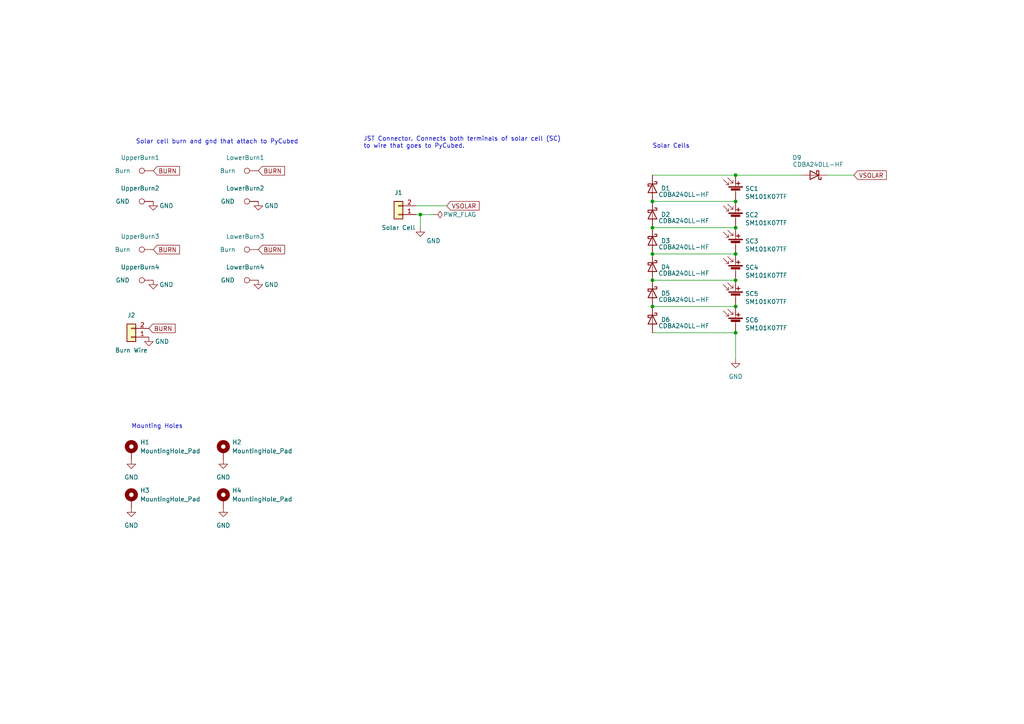
<source format=kicad_sch>
(kicad_sch (version 20211123) (generator eeschema)
  (paper "A4")
  (title_block (title "Solar Cell PCBs ") (date "2022-12-18") (rev "1"))
  (lib_symbols
    (symbol "Connector:TestPoint" (pin_numbers hide) (pin_names (offset 0.762) hide)
      (property "Reference" "TP" (at 0 6.858 0))
      (property "Value" "TestPoint" (at 0 5.08 0))
      (symbol "TestPoint_0_1"
        (circle (center 0 3.302) (radius 0.762))
      )
      (symbol "TestPoint_1_1"
        (pin passive line (at 0 0 90) (length 2.54) (name "1") (number "1"))
      )
    )
    (symbol "Connector_Generic:Conn_01x02" (pin_names (offset 1.016) hide)
      (property "Reference" "J" (at 0 2.54 0))
      (property "Value" "Conn_01x02" (at 0 -5.08 0))
      (symbol "Conn_01x02_1_1"
        (rectangle (start -1.27 -2.413) (end 0 -2.667) (stroke (width 0.1524)))
        (rectangle (start -1.27 0.127) (end 0 -0.127) (stroke (width 0.1524)))
        (rectangle (start -1.27 1.27) (end 1.27 -3.81) (stroke (width 0.254)) (fill (type background)))
        (pin passive line (at -5.08 0 0) (length 3.81) (name "Pin_1") (number "1"))
        (pin passive line (at -5.08 -2.54 0) (length 3.81) (name "Pin_2") (number "2"))
      )
    )
    (symbol "Device:D_Schottky" (pin_numbers hide) (pin_names (offset 1.016) hide)
      (property "Reference" "D" (at 0 2.54 0))
      (property "Value" "D_Schottky" (at 0 -2.54 0))
      (symbol "D_Schottky_0_1"
        (polyline (pts (xy 1.27 0) (xy -1.27 0)))
        (polyline (pts (xy 1.27 1.27) (xy 1.27 -1.27) (xy -1.27 0) (xy 1.27 1.27)) (stroke (width 0.254)))
        (polyline (pts (xy -1.905 0.635) (xy -1.905 1.27) (xy -1.27 1.27) (xy -1.27 -1.27) (xy -0.635 -1.27) (xy -0.635 -0.635)) (stroke (width 0.254)))
      )
      (symbol "D_Schottky_1_1"
        (pin passive line (at -3.81 0 0) (length 2.54) (name "K") (number "1"))
        (pin passive line (at 3.81 0 180) (length 2.54) (name "A") (number "2"))
      )
    )
    (symbol "Device:Solar_Cell" (pin_numbers hide) (pin_names (offset 0) hide)
      (property "Reference" "SC" (at 2.54 2.54 0))
      (property "Value" "Solar_Cell" (at 2.54 0 0))
      (symbol "Solar_Cell_0_1"
        (rectangle (start -2.032 1.778) (end 2.032 1.524) (fill (type outline)))
        (rectangle (start -1.3208 1.1938) (end 1.27 0.6858) (fill (type outline)))
        (polyline (pts (xy -2.032 2.286) (xy -3.556 3.81)))
        (polyline (pts (xy -0.762 2.794) (xy -2.286 4.318)))
        (polyline (pts (xy 0 0.762) (xy 0 0)))
        (polyline (pts (xy 0 1.778) (xy 0 2.54)))
        (polyline (pts (xy 0.254 2.667) (xy 1.27 2.667)) (stroke (width 0.254)))
        (polyline (pts (xy 0.762 3.175) (xy 0.762 2.159)) (stroke (width 0.254)))
        (polyline (pts (xy -2.032 3.048) (xy -2.032 2.286) (xy -2.794 2.286)))
        (polyline (pts (xy -0.762 3.556) (xy -0.762 2.794) (xy -1.524 2.794)))
      )
      (symbol "Solar_Cell_1_1"
        (pin passive line (at 0 5.08 270) (length 2.54) (name "+") (number "1"))
        (pin passive line (at 0 -2.54 90) (length 2.54) (name "-") (number "2"))
      )
    )
    (symbol "Mechanical:MountingHole_Pad" (pin_numbers hide) (pin_names (offset 1.016) hide)
      (property "Reference" "H" (at 0 6.35 0))
      (property "Value" "MountingHole_Pad" (at 0 4.445 0))
      (symbol "MountingHole_Pad_0_1"
        (circle (center 0 1.27) (radius 1.27) (stroke (width 1.27)))
      )
      (symbol "MountingHole_Pad_1_1"
        (pin input line (at 0 -2.54 90) (length 2.54) (name "1") (number "1"))
      )
    )
    (symbol "power:GND" (power) (pin_names (offset 0))
      (property "Value" "GND" (at 0 -3.81 0))
      (symbol "GND_0_1"
        (polyline (pts (xy 0 0) (xy 0 -1.27) (xy 1.27 -1.27) (xy 0 -2.54) (xy -1.27 -1.27) (xy 0 -1.27)))
      )
      (symbol "GND_1_1"
        (pin power_in line (at 0 0 270) (length 0) hide (name "GND") (number "1"))
      )
    )
    (symbol "power:PWR_FLAG" (power) (pin_numbers hide) (pin_names (offset 0) hide)
      (property "Value" "PWR_FLAG" (at 0 3.81 0))
      (symbol "PWR_FLAG_0_0"
        (pin power_out line (at 0 0 90) (length 0) (name "pwr") (number "1"))
      )
      (symbol "PWR_FLAG_0_1"
        (polyline (pts (xy 0 0) (xy 0 1.27) (xy -1.016 1.905) (xy 0 2.54) (xy 1.016 1.905) (xy 0 1.27)))
      )
    )
  )
  (junction (at 213.36 81.28))
  (junction (at 213.36 58.42))
  (junction (at 189.23 73.66))
  (junction (at 189.23 88.9))
  (junction (at 213.36 88.9))
  (junction (at 189.23 58.42))
  (junction (at 213.36 66.04))
  (junction (at 121.92 62.23))
  (junction (at 189.23 66.04))
  (junction (at 213.36 50.8))
  (junction (at 189.23 81.28))
  (junction (at 213.36 96.52))
  (junction (at 213.36 73.66))
  (wire (pts (xy 240.03 50.8) (xy 247.65 50.8)))
  (wire (pts (xy 213.36 95.25) (xy 213.36 96.52)))
  (wire (pts (xy 189.23 96.52) (xy 213.36 96.52)))
  (wire (pts (xy 120.65 62.23) (xy 121.92 62.23)))
  (wire (pts (xy 213.36 104.14) (xy 213.36 96.52)))
  (wire (pts (xy 189.23 66.04) (xy 213.36 66.04)))
  (wire (pts (xy 189.23 58.42) (xy 213.36 58.42)))
  (wire (pts (xy 121.92 62.23) (xy 121.92 66.04)))
  (wire (pts (xy 189.23 50.8) (xy 213.36 50.8)))
  (wire (pts (xy 189.23 88.9) (xy 213.36 88.9)))
  (wire (pts (xy 121.92 62.23) (xy 125.73 62.23)))
  (wire (pts (xy 189.23 73.66) (xy 213.36 73.66)))
  (wire (pts (xy 189.23 81.28) (xy 213.36 81.28)))
  (wire (pts (xy 129.54 59.69) (xy 120.65 59.69)))
  (wire (pts (xy 232.41 50.8) (xy 213.36 50.8)))
  (text "Solar cell burn and gnd that attach to PyCubed\n" (at 39.37 41.91 0) (effects (font (size 1.27 1.27)) (justify left bottom)))
  (text "Mounting Holes" (at 38.1 124.46 0) (effects (font (size 1.27 1.27)) (justify left bottom)))
  (text "Solar Cells" (at 189.23 43.18 0) (effects (font (size 1.27 1.27)) (justify left bottom)))
  (text "JST Connector. Connects both terminals of solar cell (SC)\nto wire that goes to PyCubed." (at 105.41 43.18 0) (effects (font (size 1.27 1.27)) (justify left bottom)))
  (global_label "BURN" (shape input) (at 44.45 49.53 0) (property "Intersheet References" "${INTERSHEET_REFS}" (effects hide)))
  (global_label "VSOLAR" (shape input) (at 129.54 59.69 0) (property "Intersheet References" "${INTERSHEET_REFS}" (effects hide)))
  (global_label "BURN" (shape input) (at 44.45 72.39 0) (property "Intersheet References" "${INTERSHEET_REFS}" (effects hide)))
  (global_label "BURN" (shape input) (at 74.93 49.53 0) (property "Intersheet References" "${INTERSHEET_REFS}" (effects hide)))
  (global_label "BURN" (shape input) (at 74.93 72.39 0) (property "Intersheet References" "${INTERSHEET_REFS}" (effects hide)))
  (global_label "BURN" (shape input) (at 43.18 95.25 0) (property "Intersheet References" "${INTERSHEET_REFS}" (effects hide)))
  (global_label "VSOLAR" (shape input) (at 247.65 50.8 0) (property "Intersheet References" "${INTERSHEET_REFS}" (effects hide)))
  (symbol (lib_id "Device:D_Schottky") (at 189.23 85.09 270) (unit 1)
    (property "Reference" "D5" (at 193.04 85.09 90))
    (property "Value" "CDBA240LL-HF" (at 205.74 87.63 90) (effects (justify right bottom)))
    (property "Footprint" "ISP:DO-214AC" (effects hide))
  )
  (symbol (lib_id "Connector:TestPoint") (at 74.93 72.39 90) (unit 1)
    (property "Reference" "LowerBurn3" (at 71.12 68.58 90))
    (property "Value" "Burn" (at 66.04 72.39 90))
    (property "Footprint" "TestPoint:TestPoint_THTPad_2.0x2.0mm_Drill1.0mm" (effects hide))
  )
  (symbol (lib_id "power:GND") (at 64.77 133.35 0) (unit 1)
    (property "Reference" "#PWR0110" (effects hide))
    (property "Value" "GND" (at 64.77 138.43 0))
  )
  (symbol (lib_id "Device:Solar_Cell") (at 213.36 86.36 0) (unit 1)
    (property "Reference" "SC5" (at 216.1032 85.1916 0) (effects (justify left)))
    (property "Value" "SM101K07TF" (at 216.1032 87.503 0) (effects (justify left)))
    (property "Footprint" "ISP:SM101K07TF" (effects hide))
  )
  (symbol (lib_id "Device:Solar_Cell") (at 213.36 93.98 0) (unit 1)
    (property "Reference" "SC6" (at 216.1032 92.8116 0) (effects (justify left)))
    (property "Value" "SM101K07TF" (at 216.1032 95.123 0) (effects (justify left)))
    (property "Footprint" "ISP:SM101K07TF" (effects hide))
  )
  (symbol (lib_id "Connector:TestPoint") (at 44.45 81.28 90) (unit 1)
    (property "Reference" "UpperBurn4" (at 40.64 77.47 90))
    (property "Value" "GND" (at 35.56 81.28 90))
    (property "Footprint" "TestPoint:TestPoint_THTPad_2.0x2.0mm_Drill1.0mm" (effects hide))
  )
  (symbol (lib_id "power:GND") (at 44.45 58.42 0) (unit 1)
    (property "Reference" "#PWR0101" (effects hide))
    (property "Value" "GND" (at 48.26 59.69 0))
  )
  (symbol (lib_id "Connector:TestPoint") (at 74.93 81.28 90) (unit 1)
    (property "Reference" "LowerBurn4" (at 71.12 77.47 90))
    (property "Value" "GND" (at 66.04 81.28 90))
    (property "Footprint" "TestPoint:TestPoint_THTPad_2.0x2.0mm_Drill1.0mm" (effects hide))
  )
  (symbol (lib_id "power:GND") (at 43.18 97.79 0) (unit 1)
    (property "Reference" "#PWR0102" (effects hide))
    (property "Value" "GND" (at 46.99 99.06 0))
  )
  (symbol (lib_id "power:GND") (at 213.36 104.14 0) (unit 1)
    (property "Reference" "#PWR0106" (effects hide))
    (property "Value" "GND" (at 213.36 109.22 0))
  )
  (symbol (lib_id "Connector_Generic:Conn_01x02") (at 38.1 97.79 180) (unit 1)
    (property "Reference" "J2" (at 38.1 91.44 0))
    (property "Value" "Burn Wire" (at 38.1 101.6 0))
    (property "Footprint" "Molex_PicoLock_2p_2mm_2053380002:2053380002" (effects hide))
  )
  (symbol (lib_id "power:GND") (at 38.1 133.35 0) (unit 1)
    (property "Reference" "#PWR0111" (effects hide))
    (property "Value" "GND" (at 38.1 138.43 0))
  )
  (symbol (lib_id "Mechanical:MountingHole_Pad") (at 64.77 144.78 0) (unit 1)
    (property "Reference" "H4" (at 67.31 142.2399 0) (effects (justify left)))
    (property "Value" "MountingHole_Pad" (at 67.31 144.7799 0) (effects (justify left)))
    (property "Footprint" "MountingHole:MountingHole_3.2mm_M3_DIN965_Pad" (effects hide))
  )
  (symbol (lib_id "Device:D_Schottky") (at 189.23 92.71 270) (unit 1)
    (property "Reference" "D6" (at 193.04 92.71 90))
    (property "Value" "CDBA240LL-HF" (at 205.74 95.25 90) (effects (justify right bottom)))
    (property "Footprint" "ISP:DO-214AC" (effects hide))
  )
  (symbol (lib_id "Device:D_Schottky") (at 189.23 62.23 270) (unit 1)
    (property "Reference" "D2" (at 193.04 62.23 90))
    (property "Value" "CDBA240LL-HF" (at 205.74 64.77 90) (effects (justify right bottom)))
    (property "Footprint" "ISP:DO-214AC" (effects hide))
  )
  (symbol (lib_id "power:PWR_FLAG") (at 125.73 62.23 270) (unit 1)
    (property "Reference" "#U0101" (effects hide))
    (property "Value" "PWR_FLAG" (at 133.35 62.23 90))
  )
  (symbol (lib_id "power:GND") (at 38.1 147.32 0) (unit 1)
    (property "Reference" "#PWR0108" (effects hide))
    (property "Value" "GND" (at 38.1 152.4 0))
  )
  (symbol (lib_id "Mechanical:MountingHole_Pad") (at 38.1 130.81 0) (unit 1)
    (property "Reference" "H1" (at 40.64 128.2699 0) (effects (justify left)))
    (property "Value" "MountingHole_Pad" (at 40.64 130.8099 0) (effects (justify left)))
    (property "Footprint" "MountingHole:MountingHole_3.2mm_M3_DIN965_Pad" (effects hide))
  )
  (symbol (lib_id "power:GND") (at 44.45 81.28 0) (unit 1)
    (property "Reference" "#PWR0104" (effects hide))
    (property "Value" "GND" (at 48.26 82.55 0))
  )
  (symbol (lib_id "Connector:TestPoint") (at 44.45 49.53 90) (unit 1)
    (property "Reference" "UpperBurn1" (at 40.64 45.72 90))
    (property "Value" "Burn" (at 35.56 49.53 90))
    (property "Footprint" "TestPoint:TestPoint_THTPad_2.0x2.0mm_Drill1.0mm" (effects hide))
  )
  (symbol (lib_id "Mechanical:MountingHole_Pad") (at 38.1 144.78 0) (unit 1)
    (property "Reference" "H3" (at 40.64 142.2399 0) (effects (justify left)))
    (property "Value" "MountingHole_Pad" (at 40.64 144.7799 0) (effects (justify left)))
    (property "Footprint" "MountingHole:MountingHole_3.2mm_M3_DIN965_Pad" (effects hide))
  )
  (symbol (lib_id "power:GND") (at 74.93 58.42 0) (unit 1)
    (property "Reference" "#PWR0103" (effects hide))
    (property "Value" "GND" (at 78.74 59.69 0))
  )
  (symbol (lib_id "power:GND") (at 121.92 66.04 0) (unit 1)
    (property "Reference" "#PWR0107" (effects hide))
    (property "Value" "GND" (at 125.73 69.85 0))
  )
  (symbol (lib_id "Device:D_Schottky") (at 189.23 54.61 270) (unit 1)
    (property "Reference" "D1" (at 193.04 54.61 90))
    (property "Value" "CDBA240LL-HF" (at 205.74 57.15 90) (effects (justify right bottom)))
    (property "Footprint" "ISP:DO-214AC" (effects hide))
  )
  (symbol (lib_id "Connector:TestPoint") (at 44.45 72.39 90) (unit 1)
    (property "Reference" "UpperBurn3" (at 40.64 68.58 90))
    (property "Value" "Burn" (at 35.56 72.39 90))
    (property "Footprint" "TestPoint:TestPoint_THTPad_2.0x2.0mm_Drill1.0mm" (effects hide))
  )
  (symbol (lib_id "Device:Solar_Cell") (at 213.36 71.12 0) (unit 1)
    (property "Reference" "SC3" (at 216.1032 69.9516 0) (effects (justify left)))
    (property "Value" "SM101K07TF" (at 216.1032 72.263 0) (effects (justify left)))
    (property "Footprint" "ISP:SM101K07TF" (effects hide))
  )
  (symbol (lib_id "Device:D_Schottky") (at 189.23 77.47 270) (unit 1)
    (property "Reference" "D4" (at 193.04 77.47 90))
    (property "Value" "CDBA240LL-HF" (at 205.74 80.01 90) (effects (justify right bottom)))
    (property "Footprint" "ISP:DO-214AC" (effects hide))
  )
  (symbol (lib_id "Device:D_Schottky") (at 189.23 69.85 270) (unit 1)
    (property "Reference" "D3" (at 193.04 69.85 90))
    (property "Value" "CDBA240LL-HF" (at 205.74 72.39 90) (effects (justify right bottom)))
    (property "Footprint" "ISP:DO-214AC" (effects hide))
  )
  (symbol (lib_id "Connector_Generic:Conn_01x02") (at 115.57 62.23 180) (unit 1)
    (property "Reference" "J1" (at 115.57 55.88 0))
    (property "Value" "Solar Cell" (at 115.57 66.04 0))
    (property "Footprint" "Molex_PicoLock_2p_2mm_2053380002:2053380002" (effects hide))
  )
  (symbol (lib_id "Device:Solar_Cell") (at 213.36 55.88 0) (unit 1)
    (property "Reference" "SC1" (at 216.1032 54.7116 0) (effects (justify left)))
    (property "Value" "SM101K07TF" (at 216.1032 57.023 0) (effects (justify left)))
    (property "Footprint" "ISP:SM101K07TF" (effects hide))
  )
  (symbol (lib_id "Device:D_Schottky") (at 236.22 50.8 180) (unit 1)
    (property "Reference" "D9" (at 231.14 45.72 0))
    (property "Value" "CDBA240LL-HF" (at 229.87 46.99 0) (effects (justify right bottom)))
    (property "Footprint" "ISP:DO-214AC" (effects hide))
  )
  (symbol (lib_id "power:GND") (at 74.93 81.28 0) (unit 1)
    (property "Reference" "#PWR0105" (effects hide))
    (property "Value" "GND" (at 78.74 82.55 0))
  )
  (symbol (lib_id "Connector:TestPoint") (at 74.93 49.53 90) (unit 1)
    (property "Reference" "LowerBurn1" (at 71.12 45.72 90))
    (property "Value" "Burn" (at 66.04 49.53 90))
    (property "Footprint" "TestPoint:TestPoint_THTPad_2.0x2.0mm_Drill1.0mm" (effects hide))
  )
  (symbol (lib_id "Device:Solar_Cell") (at 213.36 63.5 0) (unit 1)
    (property "Reference" "SC2" (at 216.1032 62.3316 0) (effects (justify left)))
    (property "Value" "SM101K07TF" (at 216.1032 64.643 0) (effects (justify left)))
    (property "Footprint" "ISP:SM101K07TF" (effects hide))
  )
  (symbol (lib_id "Device:Solar_Cell") (at 213.36 78.74 0) (unit 1)
    (property "Reference" "SC4" (at 216.1032 77.5716 0) (effects (justify left)))
    (property "Value" "SM101K07TF" (at 216.1032 79.883 0) (effects (justify left)))
    (property "Footprint" "ISP:SM101K07TF" (effects hide))
  )
  (symbol (lib_id "power:GND") (at 64.77 147.32 0) (unit 1)
    (property "Reference" "#PWR0112" (effects hide))
    (property "Value" "GND" (at 64.77 152.4 0))
  )
  (symbol (lib_id "Connector:TestPoint") (at 74.93 58.42 90) (unit 1)
    (property "Reference" "LowerBurn2" (at 71.12 54.61 90))
    (property "Value" "GND" (at 66.04 58.42 90))
    (property "Footprint" "TestPoint:TestPoint_THTPad_2.0x2.0mm_Drill1.0mm" (effects hide))
  )
  (symbol (lib_id "Mechanical:MountingHole_Pad") (at 64.77 130.81 0) (unit 1)
    (property "Reference" "H2" (at 67.31 128.2699 0) (effects (justify left)))
    (property "Value" "MountingHole_Pad" (at 67.31 130.8099 0) (effects (justify left)))
    (property "Footprint" "MountingHole:MountingHole_3.2mm_M3_DIN965_Pad" (effects hide))
  )
  (symbol (lib_id "Connector:TestPoint") (at 44.45 58.42 90) (unit 1)
    (property "Reference" "UpperBurn2" (at 40.64 54.61 90))
    (property "Value" "GND" (at 35.56 58.42 90))
    (property "Footprint" "TestPoint:TestPoint_THTPad_2.0x2.0mm_Drill1.0mm" (effects hide))
  )
)
</source>
